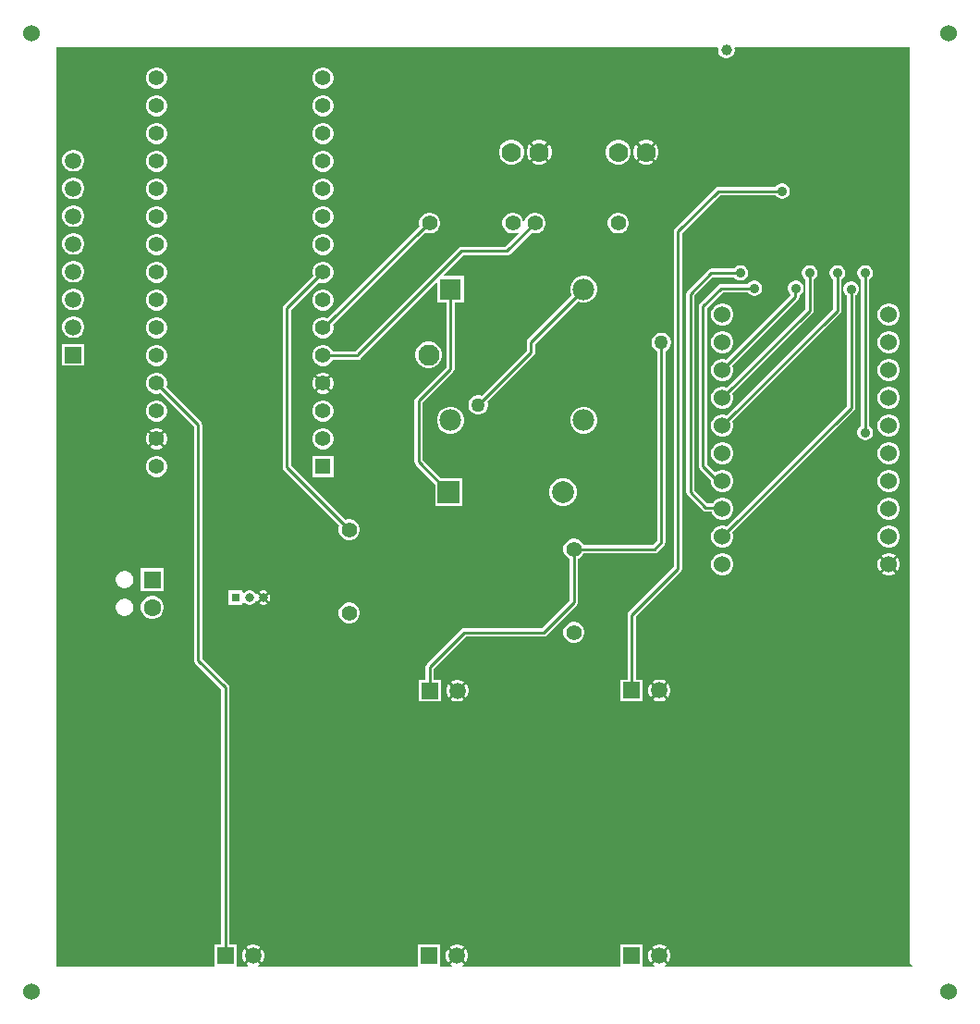
<source format=gbl>
G04*
G04 #@! TF.GenerationSoftware,Altium Limited,Altium Designer,22.5.1 (42)*
G04*
G04 Layer_Physical_Order=2*
G04 Layer_Color=16711680*
%FSLAX44Y44*%
%MOMM*%
G71*
G04*
G04 #@! TF.SameCoordinates,43CECC40-30F0-40CD-AD13-C48B7C853053*
G04*
G04*
G04 #@! TF.FilePolarity,Positive*
G04*
G01*
G75*
%ADD14C,0.2540*%
%ADD23R,1.4140X1.4140*%
%ADD24C,1.4140*%
%ADD39R,2.0000X2.0000*%
%ADD40C,2.0000*%
%ADD41C,0.8000*%
%ADD42R,0.8000X0.8000*%
%ADD43C,1.5240*%
%ADD44R,1.5000X1.5000*%
%ADD45C,1.5000*%
%ADD46C,1.0000*%
%ADD47R,1.5000X1.5000*%
%ADD48C,1.9800*%
%ADD49C,1.9350*%
%ADD50R,1.9800X1.9800*%
%ADD51C,1.7780*%
%ADD52C,1.6000*%
%ADD53R,1.6000X1.6000*%
%ADD54C,1.4000*%
%ADD55C,1.2700*%
%ADD56C,0.9000*%
G36*
X826770Y43180D02*
X829407Y40543D01*
X828921Y39370D01*
X602642D01*
X602301Y40640D01*
X603937Y41584D01*
X603974Y41621D01*
X597772Y47822D01*
X591571Y41621D01*
X591607Y41584D01*
X593243Y40640D01*
X592902Y39370D01*
X583596D01*
X582412Y39578D01*
X582412Y40640D01*
Y59658D01*
X562332D01*
Y40640D01*
X562332Y39578D01*
X561148Y39370D01*
X417222D01*
X416881Y40640D01*
X418517Y41584D01*
X418554Y41621D01*
X412352Y47822D01*
X406151Y41621D01*
X406187Y41584D01*
X407823Y40640D01*
X407482Y39370D01*
X398176D01*
X396992Y39578D01*
X396992Y40640D01*
Y59658D01*
X376912D01*
Y40640D01*
X376912Y39578D01*
X375728Y39370D01*
X230532D01*
X230191Y40640D01*
X231827Y41584D01*
X231863Y41621D01*
X225662Y47822D01*
X219461Y41621D01*
X219497Y41584D01*
X221133Y40640D01*
X220793Y39370D01*
X211486D01*
X210302Y39578D01*
X210302Y40640D01*
Y59658D01*
X204147D01*
Y295038D01*
X203851Y296525D01*
X203009Y297785D01*
X179145Y321649D01*
Y535305D01*
X178849Y536792D01*
X178007Y538052D01*
X146167Y569891D01*
X146770Y572140D01*
Y574670D01*
X146115Y577114D01*
X144850Y579306D01*
X143061Y581095D01*
X140869Y582360D01*
X138425Y583015D01*
X135895D01*
X133451Y582360D01*
X131259Y581095D01*
X129470Y579306D01*
X128205Y577114D01*
X127550Y574670D01*
Y572140D01*
X128205Y569696D01*
X129470Y567504D01*
X131259Y565715D01*
X133451Y564450D01*
X135895Y563795D01*
X138425D01*
X140674Y564398D01*
X171375Y533696D01*
Y320040D01*
X171671Y318553D01*
X172513Y317293D01*
X196378Y293429D01*
Y59658D01*
X190222D01*
Y40640D01*
X190222Y39578D01*
X189038Y39370D01*
X45720D01*
Y881380D01*
X650813D01*
X651788Y880110D01*
X651590Y879373D01*
Y877387D01*
X652104Y875470D01*
X653096Y873750D01*
X654500Y872346D01*
X656220Y871354D01*
X658137Y870840D01*
X660123D01*
X662040Y871354D01*
X663760Y872346D01*
X665163Y873750D01*
X666156Y875470D01*
X666670Y877387D01*
Y879373D01*
X666472Y880110D01*
X667447Y881380D01*
X826770D01*
Y43180D01*
D02*
G37*
%LPC*%
G36*
X290825Y862415D02*
X288295D01*
X285851Y861760D01*
X283659Y860495D01*
X281870Y858706D01*
X280605Y856514D01*
X279950Y854070D01*
Y851540D01*
X280605Y849096D01*
X281870Y846904D01*
X283659Y845115D01*
X285851Y843850D01*
X288295Y843195D01*
X290825D01*
X293269Y843850D01*
X295461Y845115D01*
X297250Y846904D01*
X298515Y849096D01*
X299170Y851540D01*
Y854070D01*
X298515Y856514D01*
X297250Y858706D01*
X295461Y860495D01*
X293269Y861760D01*
X290825Y862415D01*
D02*
G37*
G36*
X138425D02*
X135895D01*
X133451Y861760D01*
X131259Y860495D01*
X129470Y858706D01*
X128205Y856514D01*
X127550Y854070D01*
Y851540D01*
X128205Y849096D01*
X129470Y846904D01*
X131259Y845115D01*
X133451Y843850D01*
X135895Y843195D01*
X138425D01*
X140869Y843850D01*
X143061Y845115D01*
X144850Y846904D01*
X146115Y849096D01*
X146770Y851540D01*
Y854070D01*
X146115Y856514D01*
X144850Y858706D01*
X143061Y860495D01*
X140869Y861760D01*
X138425Y862415D01*
D02*
G37*
G36*
X290825Y837015D02*
X288295D01*
X285851Y836360D01*
X283659Y835095D01*
X281870Y833306D01*
X280605Y831114D01*
X279950Y828670D01*
Y826140D01*
X280605Y823696D01*
X281870Y821504D01*
X283659Y819715D01*
X285851Y818450D01*
X288295Y817795D01*
X290825D01*
X293269Y818450D01*
X295461Y819715D01*
X297250Y821504D01*
X298515Y823696D01*
X299170Y826140D01*
Y828670D01*
X298515Y831114D01*
X297250Y833306D01*
X295461Y835095D01*
X293269Y836360D01*
X290825Y837015D01*
D02*
G37*
G36*
X138425D02*
X135895D01*
X133451Y836360D01*
X131259Y835095D01*
X129470Y833306D01*
X128205Y831114D01*
X127550Y828670D01*
Y826140D01*
X128205Y823696D01*
X129470Y821504D01*
X131259Y819715D01*
X133451Y818450D01*
X135895Y817795D01*
X138425D01*
X140869Y818450D01*
X143061Y819715D01*
X144850Y821504D01*
X146115Y823696D01*
X146770Y826140D01*
Y828670D01*
X146115Y831114D01*
X144850Y833306D01*
X143061Y835095D01*
X140869Y836360D01*
X138425Y837015D01*
D02*
G37*
G36*
X290825Y811615D02*
X288295D01*
X285851Y810960D01*
X283659Y809695D01*
X281870Y807906D01*
X280605Y805714D01*
X279950Y803270D01*
Y800740D01*
X280605Y798296D01*
X281870Y796104D01*
X283659Y794315D01*
X285851Y793050D01*
X288295Y792395D01*
X290825D01*
X293269Y793050D01*
X295461Y794315D01*
X297250Y796104D01*
X298515Y798296D01*
X299170Y800740D01*
Y803270D01*
X298515Y805714D01*
X297250Y807906D01*
X295461Y809695D01*
X293269Y810960D01*
X290825Y811615D01*
D02*
G37*
G36*
X138425D02*
X135895D01*
X133451Y810960D01*
X131259Y809695D01*
X129470Y807906D01*
X128205Y805714D01*
X127550Y803270D01*
Y800740D01*
X128205Y798296D01*
X129470Y796104D01*
X131259Y794315D01*
X133451Y793050D01*
X135895Y792395D01*
X138425D01*
X140869Y793050D01*
X143061Y794315D01*
X144850Y796104D01*
X146115Y798296D01*
X146770Y800740D01*
Y803270D01*
X146115Y805714D01*
X144850Y807906D01*
X143061Y809695D01*
X140869Y810960D01*
X138425Y811615D01*
D02*
G37*
G36*
X586975Y796290D02*
X583965D01*
X581058Y795511D01*
X578452Y794006D01*
X578286Y793840D01*
X585470Y786656D01*
X592654Y793840D01*
X592488Y794006D01*
X589882Y795511D01*
X586975Y796290D01*
D02*
G37*
G36*
X489185D02*
X486175D01*
X483268Y795511D01*
X480662Y794006D01*
X480496Y793840D01*
X487680Y786656D01*
X494864Y793840D01*
X494698Y794006D01*
X492092Y795511D01*
X489185Y796290D01*
D02*
G37*
G36*
X594450Y792044D02*
X587266Y784860D01*
X594450Y777676D01*
X594616Y777842D01*
X596121Y780448D01*
X596900Y783355D01*
Y786365D01*
X596121Y789272D01*
X594616Y791878D01*
X594450Y792044D01*
D02*
G37*
G36*
X496660D02*
X489476Y784860D01*
X496660Y777676D01*
X496826Y777842D01*
X498331Y780448D01*
X499110Y783355D01*
Y786365D01*
X498331Y789272D01*
X496826Y791878D01*
X496660Y792044D01*
D02*
G37*
G36*
X576490D02*
X576324Y791878D01*
X574819Y789272D01*
X574040Y786365D01*
Y783355D01*
X574819Y780448D01*
X576324Y777842D01*
X576490Y777676D01*
X583674Y784860D01*
X576490Y792044D01*
D02*
G37*
G36*
X478700D02*
X478534Y791878D01*
X477029Y789272D01*
X476250Y786365D01*
Y783355D01*
X477029Y780448D01*
X478534Y777842D01*
X478700Y777676D01*
X485884Y784860D01*
X478700Y792044D01*
D02*
G37*
G36*
X585470Y783064D02*
X578286Y775880D01*
X578452Y775714D01*
X581058Y774209D01*
X583965Y773430D01*
X586975D01*
X589882Y774209D01*
X592488Y775714D01*
X592654Y775880D01*
X585470Y783064D01*
D02*
G37*
G36*
X561575Y796290D02*
X558565D01*
X555658Y795511D01*
X553052Y794006D01*
X550924Y791878D01*
X549419Y789272D01*
X548640Y786365D01*
Y783355D01*
X549419Y780448D01*
X550924Y777842D01*
X553052Y775714D01*
X555658Y774209D01*
X558565Y773430D01*
X561575D01*
X564482Y774209D01*
X567088Y775714D01*
X569216Y777842D01*
X570721Y780448D01*
X571500Y783355D01*
Y786365D01*
X570721Y789272D01*
X569216Y791878D01*
X567088Y794006D01*
X564482Y795511D01*
X561575Y796290D01*
D02*
G37*
G36*
X487680Y783064D02*
X480496Y775880D01*
X480662Y775714D01*
X483268Y774209D01*
X486175Y773430D01*
X489185D01*
X492092Y774209D01*
X494698Y775714D01*
X494864Y775880D01*
X487680Y783064D01*
D02*
G37*
G36*
X463785Y796290D02*
X460775D01*
X457868Y795511D01*
X455262Y794006D01*
X453134Y791878D01*
X451629Y789272D01*
X450850Y786365D01*
Y783355D01*
X451629Y780448D01*
X453134Y777842D01*
X455262Y775714D01*
X457868Y774209D01*
X460775Y773430D01*
X463785D01*
X466692Y774209D01*
X469298Y775714D01*
X471426Y777842D01*
X472931Y780448D01*
X473710Y783355D01*
Y786365D01*
X472931Y789272D01*
X471426Y791878D01*
X469298Y794006D01*
X466692Y795511D01*
X463785Y796290D01*
D02*
G37*
G36*
X62282Y787280D02*
X59638D01*
X57085Y786596D01*
X54795Y785274D01*
X52926Y783405D01*
X51604Y781115D01*
X50920Y778562D01*
Y775918D01*
X51604Y773365D01*
X52926Y771075D01*
X54795Y769206D01*
X57085Y767884D01*
X59638Y767200D01*
X62282D01*
X64835Y767884D01*
X67125Y769206D01*
X68994Y771075D01*
X70316Y773365D01*
X71000Y775918D01*
Y778562D01*
X70316Y781115D01*
X68994Y783405D01*
X67125Y785274D01*
X64835Y786596D01*
X62282Y787280D01*
D02*
G37*
G36*
X290825Y786215D02*
X288295D01*
X285851Y785560D01*
X283659Y784295D01*
X281870Y782506D01*
X280605Y780314D01*
X279950Y777870D01*
Y775340D01*
X280605Y772896D01*
X281870Y770704D01*
X283659Y768915D01*
X285851Y767650D01*
X288295Y766995D01*
X290825D01*
X293269Y767650D01*
X295461Y768915D01*
X297250Y770704D01*
X298515Y772896D01*
X299170Y775340D01*
Y777870D01*
X298515Y780314D01*
X297250Y782506D01*
X295461Y784295D01*
X293269Y785560D01*
X290825Y786215D01*
D02*
G37*
G36*
X138425D02*
X135895D01*
X133451Y785560D01*
X131259Y784295D01*
X129470Y782506D01*
X128205Y780314D01*
X127550Y777870D01*
Y775340D01*
X128205Y772896D01*
X129470Y770704D01*
X131259Y768915D01*
X133451Y767650D01*
X135895Y766995D01*
X138425D01*
X140869Y767650D01*
X143061Y768915D01*
X144850Y770704D01*
X146115Y772896D01*
X146770Y775340D01*
Y777870D01*
X146115Y780314D01*
X144850Y782506D01*
X143061Y784295D01*
X140869Y785560D01*
X138425Y786215D01*
D02*
G37*
G36*
X710857Y756340D02*
X709003D01*
X707213Y755860D01*
X705607Y754933D01*
X704297Y753623D01*
X704044Y753185D01*
X651510D01*
X650023Y752889D01*
X648763Y752047D01*
X611933Y715217D01*
X611091Y713957D01*
X610795Y712470D01*
Y405469D01*
X569625Y364299D01*
X568783Y363039D01*
X568488Y361552D01*
Y302228D01*
X562332D01*
Y282148D01*
X582412D01*
Y302228D01*
X576257D01*
Y359943D01*
X617427Y401113D01*
X618269Y402373D01*
X618565Y403860D01*
Y710861D01*
X653119Y745415D01*
X704044D01*
X704297Y744977D01*
X705607Y743667D01*
X707213Y742740D01*
X709003Y742260D01*
X710857D01*
X712647Y742740D01*
X714253Y743667D01*
X715563Y744977D01*
X716490Y746583D01*
X716970Y748373D01*
Y750227D01*
X716490Y752017D01*
X715563Y753623D01*
X714253Y754933D01*
X712647Y755860D01*
X710857Y756340D01*
D02*
G37*
G36*
X62282Y761880D02*
X59638D01*
X57085Y761196D01*
X54795Y759874D01*
X52926Y758005D01*
X51604Y755715D01*
X50920Y753162D01*
Y750518D01*
X51604Y747965D01*
X52926Y745675D01*
X54795Y743806D01*
X57085Y742484D01*
X59638Y741800D01*
X62282D01*
X64835Y742484D01*
X67125Y743806D01*
X68994Y745675D01*
X70316Y747965D01*
X71000Y750518D01*
Y753162D01*
X70316Y755715D01*
X68994Y758005D01*
X67125Y759874D01*
X64835Y761196D01*
X62282Y761880D01*
D02*
G37*
G36*
X290825Y760815D02*
X288295D01*
X285851Y760160D01*
X283659Y758895D01*
X281870Y757106D01*
X280605Y754914D01*
X279950Y752470D01*
Y749940D01*
X280605Y747496D01*
X281870Y745304D01*
X283659Y743515D01*
X285851Y742250D01*
X288295Y741595D01*
X290825D01*
X293269Y742250D01*
X295461Y743515D01*
X297250Y745304D01*
X298515Y747496D01*
X299170Y749940D01*
Y752470D01*
X298515Y754914D01*
X297250Y757106D01*
X295461Y758895D01*
X293269Y760160D01*
X290825Y760815D01*
D02*
G37*
G36*
X138425D02*
X135895D01*
X133451Y760160D01*
X131259Y758895D01*
X129470Y757106D01*
X128205Y754914D01*
X127550Y752470D01*
Y749940D01*
X128205Y747496D01*
X129470Y745304D01*
X131259Y743515D01*
X133451Y742250D01*
X135895Y741595D01*
X138425D01*
X140869Y742250D01*
X143061Y743515D01*
X144850Y745304D01*
X146115Y747496D01*
X146770Y749940D01*
Y752470D01*
X146115Y754914D01*
X144850Y757106D01*
X143061Y758895D01*
X140869Y760160D01*
X138425Y760815D01*
D02*
G37*
G36*
X485126Y729630D02*
X482614D01*
X480188Y728980D01*
X478012Y727724D01*
X476236Y725948D01*
X474980Y723772D01*
X474330Y721346D01*
X473090D01*
X472440Y723772D01*
X471184Y725948D01*
X469408Y727724D01*
X467232Y728980D01*
X464806Y729630D01*
X462294D01*
X459868Y728980D01*
X457692Y727724D01*
X455916Y725948D01*
X454660Y723772D01*
X454010Y721346D01*
Y718834D01*
X454660Y716408D01*
X455916Y714232D01*
X457692Y712456D01*
X459868Y711200D01*
X462294Y710550D01*
X464806D01*
X467232Y711200D01*
X468316Y711826D01*
X469096Y710810D01*
X456579Y698292D01*
X416139D01*
X414653Y697997D01*
X413393Y697154D01*
X318928Y602690D01*
X298414D01*
X297250Y604706D01*
X295461Y606495D01*
X293269Y607760D01*
X290825Y608415D01*
X288295D01*
X285851Y607760D01*
X283659Y606495D01*
X281870Y604706D01*
X280605Y602514D01*
X279950Y600070D01*
Y597540D01*
X280605Y595096D01*
X281870Y592904D01*
X283659Y591115D01*
X285851Y589850D01*
X288295Y589195D01*
X290825D01*
X293269Y589850D01*
X295461Y591115D01*
X297250Y592904D01*
X298414Y594920D01*
X321301D01*
X322787Y595216D01*
X324047Y596058D01*
X324889Y597318D01*
X324975Y597750D01*
X392747Y665521D01*
X393920Y665035D01*
Y647000D01*
X402475D01*
Y588309D01*
X374443Y560277D01*
X373601Y559017D01*
X373305Y557530D01*
Y501420D01*
X373601Y499933D01*
X374443Y498673D01*
X392360Y480756D01*
Y461170D01*
X417440D01*
Y486250D01*
X397854D01*
X381075Y503029D01*
Y555921D01*
X409107Y583953D01*
X409949Y585213D01*
X410244Y586700D01*
Y647000D01*
X418800D01*
Y671880D01*
X400765D01*
X400279Y673053D01*
X417748Y690523D01*
X458188D01*
X459674Y690819D01*
X460934Y691661D01*
X480413Y711140D01*
X482614Y710550D01*
X485126D01*
X487552Y711200D01*
X489728Y712456D01*
X491504Y714232D01*
X492760Y716408D01*
X493410Y718834D01*
Y721346D01*
X492760Y723772D01*
X491504Y725948D01*
X489728Y727724D01*
X487552Y728980D01*
X485126Y729630D01*
D02*
G37*
G36*
X62282Y736480D02*
X59638D01*
X57085Y735796D01*
X54795Y734474D01*
X52926Y732605D01*
X51604Y730315D01*
X50920Y727762D01*
Y725118D01*
X51604Y722565D01*
X52926Y720275D01*
X54795Y718406D01*
X57085Y717084D01*
X59638Y716400D01*
X62282D01*
X64835Y717084D01*
X67125Y718406D01*
X68994Y720275D01*
X70316Y722565D01*
X71000Y725118D01*
Y727762D01*
X70316Y730315D01*
X68994Y732605D01*
X67125Y734474D01*
X64835Y735796D01*
X62282Y736480D01*
D02*
G37*
G36*
X290825Y735415D02*
X288295D01*
X285851Y734760D01*
X283659Y733495D01*
X281870Y731706D01*
X280605Y729514D01*
X279950Y727070D01*
Y724540D01*
X280605Y722096D01*
X281870Y719904D01*
X283659Y718115D01*
X285851Y716850D01*
X288295Y716195D01*
X290825D01*
X293269Y716850D01*
X295461Y718115D01*
X297250Y719904D01*
X298515Y722096D01*
X299170Y724540D01*
Y727070D01*
X298515Y729514D01*
X297250Y731706D01*
X295461Y733495D01*
X293269Y734760D01*
X290825Y735415D01*
D02*
G37*
G36*
X138425D02*
X135895D01*
X133451Y734760D01*
X131259Y733495D01*
X129470Y731706D01*
X128205Y729514D01*
X127550Y727070D01*
Y724540D01*
X128205Y722096D01*
X129470Y719904D01*
X131259Y718115D01*
X133451Y716850D01*
X135895Y716195D01*
X138425D01*
X140869Y716850D01*
X143061Y718115D01*
X144850Y719904D01*
X146115Y722096D01*
X146770Y724540D01*
Y727070D01*
X146115Y729514D01*
X144850Y731706D01*
X143061Y733495D01*
X140869Y734760D01*
X138425Y735415D01*
D02*
G37*
G36*
X561326Y729630D02*
X558814D01*
X556388Y728980D01*
X554212Y727724D01*
X552436Y725948D01*
X551180Y723772D01*
X550530Y721346D01*
Y718834D01*
X551180Y716408D01*
X552436Y714232D01*
X554212Y712456D01*
X556388Y711200D01*
X558814Y710550D01*
X561326D01*
X563752Y711200D01*
X565928Y712456D01*
X567704Y714232D01*
X568960Y716408D01*
X569610Y718834D01*
Y721346D01*
X568960Y723772D01*
X567704Y725948D01*
X565928Y727724D01*
X563752Y728980D01*
X561326Y729630D01*
D02*
G37*
G36*
X388606D02*
X386094D01*
X383668Y728980D01*
X381492Y727724D01*
X379716Y725948D01*
X378460Y723772D01*
X377810Y721346D01*
Y718834D01*
X378198Y717385D01*
X293716Y632902D01*
X293269Y633160D01*
X290825Y633815D01*
X288295D01*
X285851Y633160D01*
X283659Y631895D01*
X281870Y630106D01*
X280605Y627914D01*
X279950Y625470D01*
Y622940D01*
X280605Y620496D01*
X281870Y618304D01*
X283659Y616515D01*
X285851Y615250D01*
X288295Y614595D01*
X290825D01*
X293269Y615250D01*
X295461Y616515D01*
X297250Y618304D01*
X298515Y620496D01*
X299170Y622940D01*
Y625470D01*
X298769Y626968D01*
X383245Y711444D01*
X383668Y711200D01*
X386094Y710550D01*
X388606D01*
X391032Y711200D01*
X393208Y712456D01*
X394984Y714232D01*
X396240Y716408D01*
X396890Y718834D01*
Y721346D01*
X396240Y723772D01*
X394984Y725948D01*
X393208Y727724D01*
X391032Y728980D01*
X388606Y729630D01*
D02*
G37*
G36*
X62282Y711080D02*
X59638D01*
X57085Y710396D01*
X54795Y709074D01*
X52926Y707205D01*
X51604Y704915D01*
X50920Y702362D01*
Y699718D01*
X51604Y697165D01*
X52926Y694875D01*
X54795Y693006D01*
X57085Y691684D01*
X59638Y691000D01*
X62282D01*
X64835Y691684D01*
X67125Y693006D01*
X68994Y694875D01*
X70316Y697165D01*
X71000Y699718D01*
Y702362D01*
X70316Y704915D01*
X68994Y707205D01*
X67125Y709074D01*
X64835Y710396D01*
X62282Y711080D01*
D02*
G37*
G36*
X290825Y710015D02*
X288295D01*
X285851Y709360D01*
X283659Y708095D01*
X281870Y706306D01*
X280605Y704114D01*
X279950Y701670D01*
Y699140D01*
X280605Y696696D01*
X281870Y694504D01*
X283659Y692715D01*
X285851Y691450D01*
X288295Y690795D01*
X290825D01*
X293269Y691450D01*
X295461Y692715D01*
X297250Y694504D01*
X298515Y696696D01*
X299170Y699140D01*
Y701670D01*
X298515Y704114D01*
X297250Y706306D01*
X295461Y708095D01*
X293269Y709360D01*
X290825Y710015D01*
D02*
G37*
G36*
X138425D02*
X135895D01*
X133451Y709360D01*
X131259Y708095D01*
X129470Y706306D01*
X128205Y704114D01*
X127550Y701670D01*
Y699140D01*
X128205Y696696D01*
X129470Y694504D01*
X131259Y692715D01*
X133451Y691450D01*
X135895Y690795D01*
X138425D01*
X140869Y691450D01*
X143061Y692715D01*
X144850Y694504D01*
X146115Y696696D01*
X146770Y699140D01*
Y701670D01*
X146115Y704114D01*
X144850Y706306D01*
X143061Y708095D01*
X140869Y709360D01*
X138425Y710015D01*
D02*
G37*
G36*
X672757Y681410D02*
X670903D01*
X669113Y680930D01*
X667507Y680003D01*
X666197Y678693D01*
X665944Y678255D01*
X645160D01*
X643673Y677959D01*
X642413Y677117D01*
X623363Y658067D01*
X622521Y656807D01*
X622225Y655320D01*
Y473710D01*
X622521Y472223D01*
X623363Y470963D01*
X637333Y456993D01*
X638593Y456151D01*
X640080Y455855D01*
X645502D01*
X645852Y454548D01*
X647190Y452232D01*
X649082Y450340D01*
X651398Y449002D01*
X653982Y448310D01*
X656658D01*
X659242Y449002D01*
X661558Y450340D01*
X663450Y452232D01*
X664788Y454548D01*
X665480Y457132D01*
Y459808D01*
X664788Y462392D01*
X663450Y464708D01*
X661558Y466600D01*
X659242Y467938D01*
X656658Y468630D01*
X653982D01*
X651398Y467938D01*
X649082Y466600D01*
X647190Y464708D01*
X646564Y463625D01*
X641689D01*
X629995Y475319D01*
Y653711D01*
X646769Y670485D01*
X665944D01*
X666197Y670047D01*
X667507Y668737D01*
X669113Y667810D01*
X670903Y667330D01*
X672757D01*
X674547Y667810D01*
X676153Y668737D01*
X677463Y670047D01*
X678390Y671653D01*
X678870Y673443D01*
Y675297D01*
X678390Y677087D01*
X677463Y678693D01*
X676153Y680003D01*
X674547Y680930D01*
X672757Y681410D01*
D02*
G37*
G36*
X62282Y685680D02*
X59638D01*
X57085Y684996D01*
X54795Y683674D01*
X52926Y681805D01*
X51604Y679515D01*
X50920Y676962D01*
Y674318D01*
X51604Y671765D01*
X52926Y669475D01*
X54795Y667606D01*
X57085Y666284D01*
X59638Y665600D01*
X62282D01*
X64835Y666284D01*
X67125Y667606D01*
X68994Y669475D01*
X70316Y671765D01*
X71000Y674318D01*
Y676962D01*
X70316Y679515D01*
X68994Y681805D01*
X67125Y683674D01*
X64835Y684996D01*
X62282Y685680D01*
D02*
G37*
G36*
X290825Y684615D02*
X288295D01*
X285851Y683960D01*
X283659Y682695D01*
X281870Y680906D01*
X280605Y678714D01*
X279950Y676270D01*
Y673740D01*
X280553Y671491D01*
X253793Y644732D01*
X252951Y643472D01*
X252655Y641985D01*
Y496570D01*
X252951Y495083D01*
X253793Y493823D01*
X304740Y442877D01*
X304150Y440676D01*
Y438164D01*
X304800Y435738D01*
X306056Y433562D01*
X307832Y431786D01*
X310008Y430530D01*
X312434Y429880D01*
X314946D01*
X317372Y430530D01*
X319548Y431786D01*
X321324Y433562D01*
X322580Y435738D01*
X323230Y438164D01*
Y440676D01*
X322580Y443102D01*
X321324Y445278D01*
X319548Y447054D01*
X317372Y448310D01*
X314946Y448960D01*
X312434D01*
X310233Y448370D01*
X260425Y498179D01*
Y640376D01*
X286046Y665997D01*
X288295Y665395D01*
X290825D01*
X293269Y666050D01*
X295461Y667315D01*
X297250Y669104D01*
X298515Y671296D01*
X299170Y673740D01*
Y676270D01*
X298515Y678714D01*
X297250Y680906D01*
X295461Y682695D01*
X293269Y683960D01*
X290825Y684615D01*
D02*
G37*
G36*
X138425D02*
X135895D01*
X133451Y683960D01*
X131259Y682695D01*
X129470Y680906D01*
X128205Y678714D01*
X127550Y676270D01*
Y673740D01*
X128205Y671296D01*
X129470Y669104D01*
X131259Y667315D01*
X133451Y666050D01*
X135895Y665395D01*
X138425D01*
X140869Y666050D01*
X143061Y667315D01*
X144850Y669104D01*
X146115Y671296D01*
X146770Y673740D01*
Y676270D01*
X146115Y678714D01*
X144850Y680906D01*
X143061Y682695D01*
X140869Y683960D01*
X138425Y684615D01*
D02*
G37*
G36*
X685457Y667440D02*
X683603D01*
X681813Y666960D01*
X680207Y666033D01*
X678897Y664723D01*
X678644Y664285D01*
X654050D01*
X652563Y663989D01*
X651303Y663147D01*
X634793Y646637D01*
X633951Y645377D01*
X633655Y643890D01*
Y497840D01*
X633951Y496353D01*
X634793Y495093D01*
X645126Y484760D01*
X645160Y484738D01*
Y482532D01*
X645852Y479948D01*
X647190Y477632D01*
X649082Y475740D01*
X651398Y474402D01*
X653982Y473710D01*
X656658D01*
X659242Y474402D01*
X661558Y475740D01*
X663450Y477632D01*
X664788Y479948D01*
X665480Y482532D01*
Y485208D01*
X664788Y487792D01*
X663450Y490108D01*
X661558Y492000D01*
X659242Y493338D01*
X656658Y494030D01*
X653982D01*
X651398Y493338D01*
X649082Y492000D01*
X648978Y491896D01*
X641425Y499449D01*
Y642281D01*
X655659Y656515D01*
X678644D01*
X678897Y656077D01*
X680207Y654767D01*
X681813Y653840D01*
X683603Y653360D01*
X685457D01*
X687247Y653840D01*
X688853Y654767D01*
X690163Y656077D01*
X691090Y657683D01*
X691570Y659473D01*
Y661327D01*
X691090Y663117D01*
X690163Y664723D01*
X688853Y666033D01*
X687247Y666960D01*
X685457Y667440D01*
D02*
G37*
G36*
X529998Y671880D02*
X526722D01*
X523559Y671032D01*
X520722Y669394D01*
X518406Y667078D01*
X516768Y664241D01*
X515920Y661078D01*
Y657802D01*
X516768Y654638D01*
X517243Y653816D01*
X477341Y613915D01*
X476499Y612654D01*
X476203Y611168D01*
Y603617D01*
X434726Y562140D01*
X432970Y562610D01*
X430630D01*
X428369Y562004D01*
X426341Y560834D01*
X424686Y559179D01*
X423516Y557151D01*
X422910Y554890D01*
Y552550D01*
X423516Y550289D01*
X424686Y548261D01*
X426341Y546606D01*
X428369Y545436D01*
X430630Y544830D01*
X432970D01*
X435231Y545436D01*
X437259Y546606D01*
X438914Y548261D01*
X440084Y550289D01*
X440690Y552550D01*
Y554890D01*
X440220Y556646D01*
X482835Y599261D01*
X483677Y600522D01*
X483973Y602008D01*
Y609559D01*
X522736Y648322D01*
X523559Y647848D01*
X526722Y647000D01*
X529998D01*
X533162Y647848D01*
X535998Y649485D01*
X538315Y651802D01*
X539952Y654638D01*
X540800Y657802D01*
Y661078D01*
X539952Y664241D01*
X538315Y667078D01*
X535998Y669394D01*
X533162Y671032D01*
X529998Y671880D01*
D02*
G37*
G36*
X62282Y660280D02*
X59638D01*
X57085Y659596D01*
X54795Y658274D01*
X52926Y656405D01*
X51604Y654115D01*
X50920Y651562D01*
Y648918D01*
X51604Y646365D01*
X52926Y644075D01*
X54795Y642206D01*
X57085Y640884D01*
X59638Y640200D01*
X62282D01*
X64835Y640884D01*
X67125Y642206D01*
X68994Y644075D01*
X70316Y646365D01*
X71000Y648918D01*
Y651562D01*
X70316Y654115D01*
X68994Y656405D01*
X67125Y658274D01*
X64835Y659596D01*
X62282Y660280D01*
D02*
G37*
G36*
X290825Y659215D02*
X288295D01*
X285851Y658560D01*
X283659Y657295D01*
X281870Y655506D01*
X280605Y653314D01*
X279950Y650870D01*
Y648340D01*
X280605Y645896D01*
X281870Y643704D01*
X283659Y641915D01*
X285851Y640650D01*
X288295Y639995D01*
X290825D01*
X293269Y640650D01*
X295461Y641915D01*
X297250Y643704D01*
X298515Y645896D01*
X299170Y648340D01*
Y650870D01*
X298515Y653314D01*
X297250Y655506D01*
X295461Y657295D01*
X293269Y658560D01*
X290825Y659215D01*
D02*
G37*
G36*
X138425D02*
X135895D01*
X133451Y658560D01*
X131259Y657295D01*
X129470Y655506D01*
X128205Y653314D01*
X127550Y650870D01*
Y648340D01*
X128205Y645896D01*
X129470Y643704D01*
X131259Y641915D01*
X133451Y640650D01*
X135895Y639995D01*
X138425D01*
X140869Y640650D01*
X143061Y641915D01*
X144850Y643704D01*
X146115Y645896D01*
X146770Y648340D01*
Y650870D01*
X146115Y653314D01*
X144850Y655506D01*
X143061Y657295D01*
X140869Y658560D01*
X138425Y659215D01*
D02*
G37*
G36*
X809058Y646430D02*
X806382D01*
X803798Y645738D01*
X801482Y644400D01*
X799590Y642508D01*
X798252Y640192D01*
X797560Y637608D01*
Y634932D01*
X798252Y632348D01*
X799590Y630032D01*
X801482Y628140D01*
X803798Y626802D01*
X806382Y626110D01*
X809058D01*
X811642Y626802D01*
X813958Y628140D01*
X815850Y630032D01*
X817188Y632348D01*
X817880Y634932D01*
Y637608D01*
X817188Y640192D01*
X815850Y642508D01*
X813958Y644400D01*
X811642Y645738D01*
X809058Y646430D01*
D02*
G37*
G36*
X656658D02*
X653982D01*
X651398Y645738D01*
X649082Y644400D01*
X647190Y642508D01*
X645852Y640192D01*
X645160Y637608D01*
Y634932D01*
X645852Y632348D01*
X647190Y630032D01*
X649082Y628140D01*
X651398Y626802D01*
X653982Y626110D01*
X656658D01*
X659242Y626802D01*
X661558Y628140D01*
X663450Y630032D01*
X664788Y632348D01*
X665480Y634932D01*
Y637608D01*
X664788Y640192D01*
X663450Y642508D01*
X661558Y644400D01*
X659242Y645738D01*
X656658Y646430D01*
D02*
G37*
G36*
X62282Y634880D02*
X59638D01*
X57085Y634196D01*
X54795Y632874D01*
X52926Y631005D01*
X51604Y628715D01*
X50920Y626162D01*
Y623518D01*
X51604Y620965D01*
X52926Y618675D01*
X54795Y616806D01*
X57085Y615484D01*
X59638Y614800D01*
X62282D01*
X64835Y615484D01*
X67125Y616806D01*
X68994Y618675D01*
X70316Y620965D01*
X71000Y623518D01*
Y626162D01*
X70316Y628715D01*
X68994Y631005D01*
X67125Y632874D01*
X64835Y634196D01*
X62282Y634880D01*
D02*
G37*
G36*
X138425Y633815D02*
X135895D01*
X133451Y633160D01*
X131259Y631895D01*
X129470Y630106D01*
X128205Y627914D01*
X127550Y625470D01*
Y622940D01*
X128205Y620496D01*
X129470Y618304D01*
X131259Y616515D01*
X133451Y615250D01*
X135895Y614595D01*
X138425D01*
X140869Y615250D01*
X143061Y616515D01*
X144850Y618304D01*
X146115Y620496D01*
X146770Y622940D01*
Y625470D01*
X146115Y627914D01*
X144850Y630106D01*
X143061Y631895D01*
X140869Y633160D01*
X138425Y633815D01*
D02*
G37*
G36*
X809058Y621030D02*
X806382D01*
X803798Y620338D01*
X801482Y619000D01*
X799590Y617108D01*
X798252Y614792D01*
X797560Y612208D01*
Y609532D01*
X798252Y606948D01*
X799590Y604632D01*
X801482Y602740D01*
X803798Y601402D01*
X806382Y600710D01*
X809058D01*
X811642Y601402D01*
X813958Y602740D01*
X815850Y604632D01*
X817188Y606948D01*
X817880Y609532D01*
Y612208D01*
X817188Y614792D01*
X815850Y617108D01*
X813958Y619000D01*
X811642Y620338D01*
X809058Y621030D01*
D02*
G37*
G36*
X656658D02*
X653982D01*
X651398Y620338D01*
X649082Y619000D01*
X647190Y617108D01*
X645852Y614792D01*
X645160Y612208D01*
Y609532D01*
X645852Y606948D01*
X647190Y604632D01*
X649082Y602740D01*
X651398Y601402D01*
X653982Y600710D01*
X656658D01*
X659242Y601402D01*
X661558Y602740D01*
X663450Y604632D01*
X664788Y606948D01*
X665480Y609532D01*
Y612208D01*
X664788Y614792D01*
X663450Y617108D01*
X661558Y619000D01*
X659242Y620338D01*
X656658Y621030D01*
D02*
G37*
G36*
X723557Y667440D02*
X721703D01*
X719913Y666960D01*
X718307Y666033D01*
X716997Y664723D01*
X716070Y663117D01*
X715590Y661327D01*
Y659473D01*
X716070Y657683D01*
X716997Y656077D01*
X718055Y655019D01*
Y653699D01*
X659275Y594919D01*
X659242Y594938D01*
X656658Y595630D01*
X653982D01*
X651398Y594938D01*
X649082Y593600D01*
X647190Y591708D01*
X645852Y589392D01*
X645160Y586808D01*
Y584132D01*
X645852Y581548D01*
X647190Y579232D01*
X649082Y577340D01*
X651398Y576002D01*
X653982Y575310D01*
X656658D01*
X659242Y576002D01*
X661558Y577340D01*
X663450Y579232D01*
X664788Y581548D01*
X665480Y584132D01*
Y586808D01*
X664788Y589392D01*
X664769Y589425D01*
X724687Y649343D01*
X725529Y650603D01*
X725825Y652090D01*
Y654115D01*
X726953Y654767D01*
X728263Y656077D01*
X729190Y657683D01*
X729670Y659473D01*
Y661327D01*
X729190Y663117D01*
X728263Y664723D01*
X726953Y666033D01*
X725347Y666960D01*
X723557Y667440D01*
D02*
G37*
G36*
X71000Y609480D02*
X50920D01*
Y589400D01*
X71000D01*
Y609480D01*
D02*
G37*
G36*
X138425Y608415D02*
X135895D01*
X133451Y607760D01*
X131259Y606495D01*
X129470Y604706D01*
X128205Y602514D01*
X127550Y600070D01*
Y597540D01*
X128205Y595096D01*
X129470Y592904D01*
X131259Y591115D01*
X133451Y589850D01*
X135895Y589195D01*
X138425D01*
X140869Y589850D01*
X143061Y591115D01*
X144850Y592904D01*
X146115Y595096D01*
X146770Y597540D01*
Y600070D01*
X146115Y602514D01*
X144850Y604706D01*
X143061Y606495D01*
X140869Y607760D01*
X138425Y608415D01*
D02*
G37*
G36*
X387968Y611655D02*
X384752D01*
X381645Y610823D01*
X378860Y609214D01*
X376586Y606940D01*
X374977Y604155D01*
X374145Y601048D01*
Y597832D01*
X374977Y594725D01*
X376586Y591940D01*
X378860Y589666D01*
X381645Y588057D01*
X384752Y587225D01*
X387968D01*
X391075Y588057D01*
X393860Y589666D01*
X396134Y591940D01*
X397743Y594725D01*
X398575Y597832D01*
Y601048D01*
X397743Y604155D01*
X396134Y606940D01*
X393860Y609214D01*
X391075Y610823D01*
X387968Y611655D01*
D02*
G37*
G36*
X809058Y595630D02*
X806382D01*
X803798Y594938D01*
X801482Y593600D01*
X799590Y591708D01*
X798252Y589392D01*
X797560Y586808D01*
Y584132D01*
X798252Y581548D01*
X799590Y579232D01*
X801482Y577340D01*
X803798Y576002D01*
X806382Y575310D01*
X809058D01*
X811642Y576002D01*
X813958Y577340D01*
X815850Y579232D01*
X817188Y581548D01*
X817880Y584132D01*
Y586808D01*
X817188Y589392D01*
X815850Y591708D01*
X813958Y593600D01*
X811642Y594938D01*
X809058Y595630D01*
D02*
G37*
G36*
X290825Y583015D02*
X288295D01*
X285851Y582360D01*
X283664Y581097D01*
X289560Y575201D01*
X295456Y581097D01*
X293269Y582360D01*
X290825Y583015D01*
D02*
G37*
G36*
X736257Y681410D02*
X734403D01*
X732613Y680930D01*
X731007Y680003D01*
X729697Y678693D01*
X728770Y677087D01*
X728290Y675297D01*
Y673443D01*
X728770Y671653D01*
X729697Y670047D01*
X731007Y668737D01*
X731445Y668484D01*
Y641689D01*
X659275Y569519D01*
X659242Y569538D01*
X656658Y570230D01*
X653982D01*
X651398Y569538D01*
X649082Y568200D01*
X647190Y566308D01*
X645852Y563992D01*
X645160Y561408D01*
Y558732D01*
X645852Y556148D01*
X647190Y553832D01*
X649082Y551940D01*
X651398Y550602D01*
X653982Y549910D01*
X656658D01*
X659242Y550602D01*
X661558Y551940D01*
X663450Y553832D01*
X664788Y556148D01*
X665480Y558732D01*
Y561408D01*
X664788Y563992D01*
X664769Y564025D01*
X738077Y637333D01*
X738919Y638593D01*
X739215Y640080D01*
Y668484D01*
X739653Y668737D01*
X740963Y670047D01*
X741890Y671653D01*
X742370Y673443D01*
Y675297D01*
X741890Y677087D01*
X740963Y678693D01*
X739653Y680003D01*
X738047Y680930D01*
X736257Y681410D01*
D02*
G37*
G36*
X281868Y579301D02*
X280605Y577114D01*
X279950Y574670D01*
Y572140D01*
X280605Y569696D01*
X281868Y567509D01*
X287764Y573405D01*
X281868Y579301D01*
D02*
G37*
G36*
X297252D02*
X291356Y573405D01*
X297252Y567509D01*
X298515Y569696D01*
X299170Y572140D01*
Y574670D01*
X298515Y577114D01*
X297252Y579301D01*
D02*
G37*
G36*
X289560Y571609D02*
X283664Y565713D01*
X285851Y564450D01*
X288295Y563795D01*
X290825D01*
X293269Y564450D01*
X295456Y565713D01*
X289560Y571609D01*
D02*
G37*
G36*
X809058Y570230D02*
X806382D01*
X803798Y569538D01*
X801482Y568200D01*
X799590Y566308D01*
X798252Y563992D01*
X797560Y561408D01*
Y558732D01*
X798252Y556148D01*
X799590Y553832D01*
X801482Y551940D01*
X803798Y550602D01*
X806382Y549910D01*
X809058D01*
X811642Y550602D01*
X813958Y551940D01*
X815850Y553832D01*
X817188Y556148D01*
X817880Y558732D01*
Y561408D01*
X817188Y563992D01*
X815850Y566308D01*
X813958Y568200D01*
X811642Y569538D01*
X809058Y570230D01*
D02*
G37*
G36*
X761657Y681410D02*
X759803D01*
X758013Y680930D01*
X756407Y680003D01*
X755097Y678693D01*
X754170Y677087D01*
X753690Y675297D01*
Y673443D01*
X754170Y671653D01*
X755097Y670047D01*
X756407Y668737D01*
X756845Y668484D01*
Y641689D01*
X659275Y544118D01*
X659242Y544138D01*
X656658Y544830D01*
X653982D01*
X651398Y544138D01*
X649082Y542800D01*
X647190Y540908D01*
X645852Y538592D01*
X645160Y536008D01*
Y533332D01*
X645852Y530748D01*
X647190Y528432D01*
X649082Y526540D01*
X651398Y525202D01*
X653982Y524510D01*
X656658D01*
X659242Y525202D01*
X661558Y526540D01*
X663450Y528432D01*
X664788Y530748D01*
X665480Y533332D01*
Y536008D01*
X664788Y538592D01*
X664769Y538625D01*
X763477Y637333D01*
X764319Y638593D01*
X764615Y640080D01*
Y668484D01*
X765053Y668737D01*
X766363Y670047D01*
X767290Y671653D01*
X767770Y673443D01*
Y675297D01*
X767290Y677087D01*
X766363Y678693D01*
X765053Y680003D01*
X763447Y680930D01*
X761657Y681410D01*
D02*
G37*
G36*
X290825Y557615D02*
X288295D01*
X285851Y556960D01*
X283659Y555695D01*
X281870Y553906D01*
X280605Y551714D01*
X279950Y549270D01*
Y546740D01*
X280605Y544296D01*
X281870Y542104D01*
X283659Y540315D01*
X285851Y539050D01*
X288295Y538395D01*
X290825D01*
X293269Y539050D01*
X295461Y540315D01*
X297250Y542104D01*
X298515Y544296D01*
X299170Y546740D01*
Y549270D01*
X298515Y551714D01*
X297250Y553906D01*
X295461Y555695D01*
X293269Y556960D01*
X290825Y557615D01*
D02*
G37*
G36*
X138425D02*
X135895D01*
X133451Y556960D01*
X131259Y555695D01*
X129470Y553906D01*
X128205Y551714D01*
X127550Y549270D01*
Y546740D01*
X128205Y544296D01*
X129470Y542104D01*
X131259Y540315D01*
X133451Y539050D01*
X135895Y538395D01*
X138425D01*
X140869Y539050D01*
X143061Y540315D01*
X144850Y542104D01*
X146115Y544296D01*
X146770Y546740D01*
Y549270D01*
X146115Y551714D01*
X144850Y553906D01*
X143061Y555695D01*
X140869Y556960D01*
X138425Y557615D01*
D02*
G37*
G36*
X529998Y551880D02*
X526722D01*
X523559Y551032D01*
X520722Y549395D01*
X518406Y547079D01*
X516768Y544242D01*
X515920Y541078D01*
Y537802D01*
X516768Y534638D01*
X518406Y531802D01*
X520722Y529486D01*
X523559Y527848D01*
X526722Y527000D01*
X529998D01*
X533162Y527848D01*
X535998Y529486D01*
X538315Y531802D01*
X539952Y534638D01*
X540800Y537802D01*
Y541078D01*
X539952Y544242D01*
X538315Y547079D01*
X535998Y549395D01*
X533162Y551032D01*
X529998Y551880D01*
D02*
G37*
G36*
X407998D02*
X404722D01*
X401558Y551032D01*
X398722Y549395D01*
X396405Y547079D01*
X394768Y544242D01*
X393920Y541078D01*
Y537802D01*
X394768Y534638D01*
X396405Y531802D01*
X398722Y529486D01*
X401558Y527848D01*
X404722Y527000D01*
X407998D01*
X411161Y527848D01*
X413998Y529486D01*
X416314Y531802D01*
X417952Y534638D01*
X418800Y537802D01*
Y541078D01*
X417952Y544242D01*
X416314Y547079D01*
X413998Y549395D01*
X411161Y551032D01*
X407998Y551880D01*
D02*
G37*
G36*
X809058Y544830D02*
X806382D01*
X803798Y544138D01*
X801482Y542800D01*
X799590Y540908D01*
X798252Y538592D01*
X797560Y536008D01*
Y533332D01*
X798252Y530748D01*
X799590Y528432D01*
X801482Y526540D01*
X803798Y525202D01*
X806382Y524510D01*
X809058D01*
X811642Y525202D01*
X813958Y526540D01*
X815850Y528432D01*
X817188Y530748D01*
X817880Y533332D01*
Y536008D01*
X817188Y538592D01*
X815850Y540908D01*
X813958Y542800D01*
X811642Y544138D01*
X809058Y544830D01*
D02*
G37*
G36*
X138425Y532215D02*
X135895D01*
X133451Y531560D01*
X131264Y530297D01*
X137160Y524401D01*
X143056Y530297D01*
X140869Y531560D01*
X138425Y532215D01*
D02*
G37*
G36*
X787057Y681410D02*
X785203D01*
X783413Y680930D01*
X781807Y680003D01*
X780497Y678693D01*
X779570Y677087D01*
X779090Y675297D01*
Y673443D01*
X779570Y671653D01*
X780497Y670047D01*
X781807Y668737D01*
X782245Y668484D01*
Y534206D01*
X781807Y533953D01*
X780497Y532643D01*
X779570Y531037D01*
X779090Y529247D01*
Y527393D01*
X779570Y525603D01*
X780497Y523997D01*
X781807Y522687D01*
X783413Y521760D01*
X785203Y521280D01*
X787057D01*
X788847Y521760D01*
X790453Y522687D01*
X791763Y523997D01*
X792690Y525603D01*
X793170Y527393D01*
Y529247D01*
X792690Y531037D01*
X791763Y532643D01*
X790453Y533953D01*
X790015Y534206D01*
Y668484D01*
X790453Y668737D01*
X791763Y670047D01*
X792690Y671653D01*
X793170Y673443D01*
Y675297D01*
X792690Y677087D01*
X791763Y678693D01*
X790453Y680003D01*
X788847Y680930D01*
X787057Y681410D01*
D02*
G37*
G36*
X129468Y528501D02*
X128205Y526314D01*
X127550Y523870D01*
Y521340D01*
X128205Y518896D01*
X129468Y516709D01*
X135364Y522605D01*
X129468Y528501D01*
D02*
G37*
G36*
X144852D02*
X138956Y522605D01*
X144852Y516709D01*
X146115Y518896D01*
X146770Y521340D01*
Y523870D01*
X146115Y526314D01*
X144852Y528501D01*
D02*
G37*
G36*
X290825Y532215D02*
X288295D01*
X285851Y531560D01*
X283659Y530295D01*
X281870Y528506D01*
X280605Y526314D01*
X279950Y523870D01*
Y521340D01*
X280605Y518896D01*
X281870Y516704D01*
X283659Y514915D01*
X285851Y513650D01*
X288295Y512995D01*
X290825D01*
X293269Y513650D01*
X295461Y514915D01*
X297250Y516704D01*
X298515Y518896D01*
X299170Y521340D01*
Y523870D01*
X298515Y526314D01*
X297250Y528506D01*
X295461Y530295D01*
X293269Y531560D01*
X290825Y532215D01*
D02*
G37*
G36*
X137160Y520809D02*
X131264Y514913D01*
X133451Y513650D01*
X135895Y512995D01*
X138425D01*
X140869Y513650D01*
X143056Y514913D01*
X137160Y520809D01*
D02*
G37*
G36*
X809058Y519430D02*
X806382D01*
X803798Y518738D01*
X801482Y517400D01*
X799590Y515508D01*
X798252Y513192D01*
X797560Y510608D01*
Y507932D01*
X798252Y505348D01*
X799590Y503032D01*
X801482Y501140D01*
X803798Y499802D01*
X806382Y499110D01*
X809058D01*
X811642Y499802D01*
X813958Y501140D01*
X815850Y503032D01*
X817188Y505348D01*
X817880Y507932D01*
Y510608D01*
X817188Y513192D01*
X815850Y515508D01*
X813958Y517400D01*
X811642Y518738D01*
X809058Y519430D01*
D02*
G37*
G36*
X656658D02*
X653982D01*
X651398Y518738D01*
X649082Y517400D01*
X647190Y515508D01*
X645852Y513192D01*
X645160Y510608D01*
Y507932D01*
X645852Y505348D01*
X647190Y503032D01*
X649082Y501140D01*
X651398Y499802D01*
X653982Y499110D01*
X656658D01*
X659242Y499802D01*
X661558Y501140D01*
X663450Y503032D01*
X664788Y505348D01*
X665480Y507932D01*
Y510608D01*
X664788Y513192D01*
X663450Y515508D01*
X661558Y517400D01*
X659242Y518738D01*
X656658Y519430D01*
D02*
G37*
G36*
X299170Y506815D02*
X279950D01*
Y487595D01*
X299170D01*
Y506815D01*
D02*
G37*
G36*
X138425D02*
X135895D01*
X133451Y506160D01*
X131259Y504895D01*
X129470Y503106D01*
X128205Y500914D01*
X127550Y498470D01*
Y495940D01*
X128205Y493496D01*
X129470Y491304D01*
X131259Y489515D01*
X133451Y488250D01*
X135895Y487595D01*
X138425D01*
X140869Y488250D01*
X143061Y489515D01*
X144850Y491304D01*
X146115Y493496D01*
X146770Y495940D01*
Y498470D01*
X146115Y500914D01*
X144850Y503106D01*
X143061Y504895D01*
X140869Y506160D01*
X138425Y506815D01*
D02*
G37*
G36*
X809058Y494030D02*
X806382D01*
X803798Y493338D01*
X801482Y492000D01*
X799590Y490108D01*
X798252Y487792D01*
X797560Y485208D01*
Y482532D01*
X798252Y479948D01*
X799590Y477632D01*
X801482Y475740D01*
X803798Y474402D01*
X806382Y473710D01*
X809058D01*
X811642Y474402D01*
X813958Y475740D01*
X815850Y477632D01*
X817188Y479948D01*
X817880Y482532D01*
Y485208D01*
X817188Y487792D01*
X815850Y490108D01*
X813958Y492000D01*
X811642Y493338D01*
X809058Y494030D01*
D02*
G37*
G36*
X511151Y486250D02*
X507849D01*
X504660Y485395D01*
X501800Y483745D01*
X499466Y481410D01*
X497815Y478550D01*
X496960Y475361D01*
Y472059D01*
X497815Y468870D01*
X499466Y466010D01*
X501800Y463675D01*
X504660Y462025D01*
X507849Y461170D01*
X511151D01*
X514340Y462025D01*
X517200Y463675D01*
X519535Y466010D01*
X521185Y468870D01*
X522040Y472059D01*
Y475361D01*
X521185Y478550D01*
X519535Y481410D01*
X517200Y483745D01*
X514340Y485395D01*
X511151Y486250D01*
D02*
G37*
G36*
X809058Y468630D02*
X806382D01*
X803798Y467938D01*
X801482Y466600D01*
X799590Y464708D01*
X798252Y462392D01*
X797560Y459808D01*
Y457132D01*
X798252Y454548D01*
X799590Y452232D01*
X801482Y450340D01*
X803798Y449002D01*
X806382Y448310D01*
X809058D01*
X811642Y449002D01*
X813958Y450340D01*
X815850Y452232D01*
X817188Y454548D01*
X817880Y457132D01*
Y459808D01*
X817188Y462392D01*
X815850Y464708D01*
X813958Y466600D01*
X811642Y467938D01*
X809058Y468630D01*
D02*
G37*
G36*
X774217Y666633D02*
X772363D01*
X770572Y666153D01*
X768967Y665226D01*
X767656Y663916D01*
X766730Y662310D01*
X766250Y660520D01*
Y658666D01*
X766730Y656876D01*
X767656Y655270D01*
X768967Y653960D01*
X769405Y653707D01*
Y552649D01*
X659275Y442519D01*
X659242Y442538D01*
X656658Y443230D01*
X653982D01*
X651398Y442538D01*
X649082Y441200D01*
X647190Y439308D01*
X645852Y436992D01*
X645160Y434408D01*
Y431732D01*
X645852Y429148D01*
X647190Y426832D01*
X649082Y424940D01*
X651398Y423602D01*
X653982Y422910D01*
X656658D01*
X659242Y423602D01*
X661558Y424940D01*
X663450Y426832D01*
X664788Y429148D01*
X665480Y431732D01*
Y434408D01*
X664788Y436992D01*
X664769Y437025D01*
X776037Y548293D01*
X776879Y549553D01*
X777174Y551040D01*
Y653707D01*
X777613Y653960D01*
X778923Y655270D01*
X779850Y656876D01*
X780330Y658666D01*
Y660520D01*
X779850Y662310D01*
X778923Y663916D01*
X777613Y665226D01*
X776007Y666153D01*
X774217Y666633D01*
D02*
G37*
G36*
X600610Y619760D02*
X598270D01*
X596009Y619154D01*
X593981Y617984D01*
X592326Y616329D01*
X591156Y614301D01*
X590550Y612040D01*
Y609700D01*
X591156Y607439D01*
X592326Y605411D01*
X593981Y603756D01*
X595555Y602848D01*
Y429599D01*
X591481Y425525D01*
X528203D01*
X527064Y427498D01*
X525288Y429274D01*
X523112Y430530D01*
X520686Y431180D01*
X518174D01*
X515748Y430530D01*
X513572Y429274D01*
X511796Y427498D01*
X510540Y425322D01*
X509890Y422896D01*
Y420384D01*
X510540Y417958D01*
X511796Y415782D01*
X513572Y414006D01*
X515545Y412867D01*
Y374989D01*
X489881Y349325D01*
X419100D01*
X417613Y349029D01*
X416353Y348187D01*
X384603Y316437D01*
X383761Y315177D01*
X383465Y313690D01*
Y302140D01*
X377310D01*
Y282060D01*
X397390D01*
Y302140D01*
X391235D01*
Y312081D01*
X420709Y341555D01*
X491490D01*
X492977Y341851D01*
X494237Y342693D01*
X522177Y370633D01*
X523019Y371893D01*
X523315Y373380D01*
Y412867D01*
X525288Y414006D01*
X527064Y415782D01*
X528203Y417755D01*
X593090D01*
X594577Y418051D01*
X595837Y418893D01*
X602187Y425243D01*
X603029Y426503D01*
X603325Y427990D01*
Y602848D01*
X604899Y603756D01*
X606554Y605411D01*
X607724Y607439D01*
X608330Y609700D01*
Y612040D01*
X607724Y614301D01*
X606554Y616329D01*
X604899Y617984D01*
X602871Y619154D01*
X600610Y619760D01*
D02*
G37*
G36*
X809058Y443230D02*
X806382D01*
X803798Y442538D01*
X801482Y441200D01*
X799590Y439308D01*
X798252Y436992D01*
X797560Y434408D01*
Y431732D01*
X798252Y429148D01*
X799590Y426832D01*
X801482Y424940D01*
X803798Y423602D01*
X806382Y422910D01*
X809058D01*
X811642Y423602D01*
X813958Y424940D01*
X815850Y426832D01*
X817188Y429148D01*
X817880Y431732D01*
Y434408D01*
X817188Y436992D01*
X815850Y439308D01*
X813958Y441200D01*
X811642Y442538D01*
X809058Y443230D01*
D02*
G37*
G36*
Y417830D02*
X806382D01*
X803798Y417138D01*
X801482Y415800D01*
X801434Y415752D01*
X807720Y409466D01*
X814006Y415752D01*
X813958Y415800D01*
X811642Y417138D01*
X809058Y417830D01*
D02*
G37*
G36*
X815802Y413956D02*
X809516Y407670D01*
X815802Y401384D01*
X815850Y401432D01*
X817188Y403748D01*
X817880Y406332D01*
Y409008D01*
X817188Y411592D01*
X815850Y413908D01*
X815802Y413956D01*
D02*
G37*
G36*
X799638D02*
X799590Y413908D01*
X798252Y411592D01*
X797560Y409008D01*
Y406332D01*
X798252Y403748D01*
X799590Y401432D01*
X799638Y401384D01*
X805924Y407670D01*
X799638Y413956D01*
D02*
G37*
G36*
X807720Y405874D02*
X801434Y399588D01*
X801482Y399540D01*
X803798Y398202D01*
X806382Y397510D01*
X809058D01*
X811642Y398202D01*
X813958Y399540D01*
X814006Y399588D01*
X807720Y405874D01*
D02*
G37*
G36*
X656658Y417830D02*
X653982D01*
X651398Y417138D01*
X649082Y415800D01*
X647190Y413908D01*
X645852Y411592D01*
X645160Y409008D01*
Y406332D01*
X645852Y403748D01*
X647190Y401432D01*
X649082Y399540D01*
X651398Y398202D01*
X653982Y397510D01*
X656658D01*
X659242Y398202D01*
X661558Y399540D01*
X663450Y401432D01*
X664788Y403748D01*
X665480Y406332D01*
Y409008D01*
X664788Y411592D01*
X663450Y413908D01*
X661558Y415800D01*
X659242Y417138D01*
X656658Y417830D01*
D02*
G37*
G36*
X109009Y401740D02*
X106891D01*
X104847Y401192D01*
X103013Y400134D01*
X101516Y398637D01*
X100458Y396803D01*
X99910Y394758D01*
Y392641D01*
X100458Y390597D01*
X101516Y388763D01*
X103013Y387266D01*
X104847Y386208D01*
X106891Y385660D01*
X109009D01*
X111053Y386208D01*
X112887Y387266D01*
X114384Y388763D01*
X115442Y390597D01*
X115990Y392641D01*
Y394758D01*
X115442Y396803D01*
X114384Y398637D01*
X112887Y400134D01*
X111053Y401192D01*
X109009Y401740D01*
D02*
G37*
G36*
X143890Y404240D02*
X122810D01*
Y383160D01*
X143890D01*
Y404240D01*
D02*
G37*
G36*
X223111Y383730D02*
X221389D01*
X219726Y383284D01*
X218234Y382423D01*
X217360Y381549D01*
X216090Y382034D01*
Y383730D01*
X203010D01*
Y370650D01*
X216090D01*
Y372346D01*
X217360Y372831D01*
X218234Y371957D01*
X219726Y371096D01*
X221389Y370650D01*
X223111D01*
X224774Y371096D01*
X226266Y371957D01*
X227483Y373174D01*
X227867Y373839D01*
X229333D01*
X229505Y373541D01*
X233154Y377190D01*
X229505Y380839D01*
X229333Y380541D01*
X227867D01*
X227483Y381206D01*
X226266Y382423D01*
X224774Y383284D01*
X223111Y383730D01*
D02*
G37*
G36*
X235811D02*
X234089D01*
X232426Y383284D01*
X231301Y382635D01*
X234950Y378986D01*
X238599Y382635D01*
X237474Y383284D01*
X235811Y383730D01*
D02*
G37*
G36*
X240395Y380839D02*
X236746Y377190D01*
X240395Y373541D01*
X241044Y374666D01*
X241490Y376329D01*
Y378051D01*
X241044Y379714D01*
X240395Y380839D01*
D02*
G37*
G36*
X234950Y375394D02*
X231301Y371745D01*
X232426Y371096D01*
X234089Y370650D01*
X235811D01*
X237474Y371096D01*
X238599Y371745D01*
X234950Y375394D01*
D02*
G37*
G36*
X109009Y376340D02*
X106891D01*
X104847Y375792D01*
X103013Y374734D01*
X101516Y373237D01*
X100458Y371403D01*
X99910Y369358D01*
Y367242D01*
X100458Y365197D01*
X101516Y363363D01*
X103013Y361866D01*
X104847Y360808D01*
X106891Y360260D01*
X109009D01*
X111053Y360808D01*
X112887Y361866D01*
X114384Y363363D01*
X115442Y365197D01*
X115990Y367242D01*
Y369358D01*
X115442Y371403D01*
X114384Y373237D01*
X112887Y374734D01*
X111053Y375792D01*
X109009Y376340D01*
D02*
G37*
G36*
X134738Y378840D02*
X131962D01*
X129282Y378122D01*
X126878Y376734D01*
X124916Y374772D01*
X123528Y372368D01*
X122810Y369688D01*
Y366912D01*
X123528Y364232D01*
X124916Y361828D01*
X126878Y359866D01*
X129282Y358478D01*
X131962Y357760D01*
X134738D01*
X137418Y358478D01*
X139822Y359866D01*
X141784Y361828D01*
X143172Y364232D01*
X143890Y366912D01*
Y369688D01*
X143172Y372368D01*
X141784Y374772D01*
X139822Y376734D01*
X137418Y378122D01*
X134738Y378840D01*
D02*
G37*
G36*
X314946Y372760D02*
X312434D01*
X310008Y372110D01*
X307832Y370854D01*
X306056Y369078D01*
X304800Y366902D01*
X304150Y364476D01*
Y361964D01*
X304800Y359538D01*
X306056Y357362D01*
X307832Y355586D01*
X310008Y354330D01*
X312434Y353680D01*
X314946D01*
X317372Y354330D01*
X319548Y355586D01*
X321324Y357362D01*
X322580Y359538D01*
X323230Y361964D01*
Y364476D01*
X322580Y366902D01*
X321324Y369078D01*
X319548Y370854D01*
X317372Y372110D01*
X314946Y372760D01*
D02*
G37*
G36*
X520686Y354980D02*
X518174D01*
X515748Y354330D01*
X513572Y353074D01*
X511796Y351298D01*
X510540Y349122D01*
X509890Y346696D01*
Y344184D01*
X510540Y341758D01*
X511796Y339582D01*
X513572Y337806D01*
X515748Y336550D01*
X518174Y335900D01*
X520686D01*
X523112Y336550D01*
X525288Y337806D01*
X527064Y339582D01*
X528320Y341758D01*
X528970Y344184D01*
Y346696D01*
X528320Y349122D01*
X527064Y351298D01*
X525288Y353074D01*
X523112Y354330D01*
X520686Y354980D01*
D02*
G37*
G36*
X599094Y302228D02*
X596450D01*
X593897Y301544D01*
X591607Y300222D01*
X591571Y300186D01*
X597772Y293984D01*
X603974Y300186D01*
X603937Y300222D01*
X601647Y301544D01*
X599094Y302228D01*
D02*
G37*
G36*
X414072Y302140D02*
X411428D01*
X408875Y301456D01*
X406585Y300134D01*
X406549Y300097D01*
X412750Y293896D01*
X418951Y300097D01*
X418915Y300134D01*
X416625Y301456D01*
X414072Y302140D01*
D02*
G37*
G36*
X605770Y298389D02*
X599568Y292188D01*
X605770Y285987D01*
X605806Y286024D01*
X607128Y288313D01*
X607812Y290866D01*
Y293510D01*
X607128Y296063D01*
X605806Y298353D01*
X605770Y298389D01*
D02*
G37*
G36*
X589775D02*
X589738Y298353D01*
X588416Y296063D01*
X587732Y293510D01*
Y290866D01*
X588416Y288313D01*
X589738Y286024D01*
X589775Y285987D01*
X595976Y292188D01*
X589775Y298389D01*
D02*
G37*
G36*
X420747Y298301D02*
X414546Y292100D01*
X420747Y285899D01*
X420784Y285935D01*
X422106Y288225D01*
X422790Y290778D01*
Y293422D01*
X422106Y295975D01*
X420784Y298265D01*
X420747Y298301D01*
D02*
G37*
G36*
X404753D02*
X404716Y298265D01*
X403394Y295975D01*
X402710Y293422D01*
Y290778D01*
X403394Y288225D01*
X404716Y285935D01*
X404753Y285899D01*
X410954Y292100D01*
X404753Y298301D01*
D02*
G37*
G36*
X597772Y290392D02*
X591571Y284191D01*
X591607Y284154D01*
X593897Y282832D01*
X596450Y282148D01*
X599094D01*
X601647Y282832D01*
X603937Y284154D01*
X603974Y284191D01*
X597772Y290392D01*
D02*
G37*
G36*
X412750Y290304D02*
X406549Y284103D01*
X406585Y284066D01*
X408875Y282744D01*
X411428Y282060D01*
X414072D01*
X416625Y282744D01*
X418915Y284066D01*
X418951Y284103D01*
X412750Y290304D01*
D02*
G37*
G36*
X599094Y59658D02*
X596450D01*
X593897Y58974D01*
X591607Y57652D01*
X591571Y57616D01*
X597772Y51414D01*
X603974Y57616D01*
X603937Y57652D01*
X601647Y58974D01*
X599094Y59658D01*
D02*
G37*
G36*
X413674D02*
X411030D01*
X408477Y58974D01*
X406187Y57652D01*
X406151Y57616D01*
X412352Y51414D01*
X418554Y57616D01*
X418517Y57652D01*
X416227Y58974D01*
X413674Y59658D01*
D02*
G37*
G36*
X226984D02*
X224340D01*
X221787Y58974D01*
X219497Y57652D01*
X219461Y57616D01*
X225662Y51414D01*
X231863Y57616D01*
X231827Y57652D01*
X229537Y58974D01*
X226984Y59658D01*
D02*
G37*
G36*
X605770Y55820D02*
X599568Y49618D01*
X605770Y43417D01*
X605806Y43453D01*
X607128Y45743D01*
X607812Y48296D01*
Y50940D01*
X607128Y53493D01*
X605806Y55783D01*
X605770Y55820D01*
D02*
G37*
G36*
X420350D02*
X414148Y49618D01*
X420350Y43417D01*
X420386Y43453D01*
X421708Y45743D01*
X422392Y48296D01*
Y50940D01*
X421708Y53493D01*
X420386Y55783D01*
X420350Y55820D01*
D02*
G37*
G36*
X233659D02*
X227458Y49618D01*
X233659Y43417D01*
X233696Y43453D01*
X235018Y45743D01*
X235702Y48296D01*
Y50940D01*
X235018Y53493D01*
X233696Y55783D01*
X233659Y55820D01*
D02*
G37*
G36*
X589775D02*
X589738Y55783D01*
X588416Y53493D01*
X587732Y50940D01*
Y48296D01*
X588416Y45743D01*
X589738Y43453D01*
X589775Y43417D01*
X595976Y49618D01*
X589775Y55820D01*
D02*
G37*
G36*
X404355D02*
X404318Y55783D01*
X402996Y53493D01*
X402312Y50940D01*
Y48296D01*
X402996Y45743D01*
X404318Y43453D01*
X404355Y43417D01*
X410556Y49618D01*
X404355Y55820D01*
D02*
G37*
G36*
X217665D02*
X217628Y55783D01*
X216306Y53493D01*
X215622Y50940D01*
Y48296D01*
X216306Y45743D01*
X217628Y43453D01*
X217665Y43417D01*
X223866Y49618D01*
X217665Y55820D01*
D02*
G37*
%LPD*%
D14*
X256540Y496570D02*
Y641985D01*
Y496570D02*
X313690Y439420D01*
X637540Y497840D02*
Y643890D01*
X651883Y483870D02*
X655320D01*
X647873Y487507D02*
X648246D01*
X651883Y483870D01*
X637540Y497840D02*
X647873Y487507D01*
X654050Y660400D02*
X684530D01*
X637540Y643890D02*
X654050Y660400D01*
X599440Y427990D02*
Y610870D01*
X593090Y421640D02*
X599440Y427990D01*
X519430Y421640D02*
X593090D01*
X626110Y655320D02*
X645160Y674370D01*
X626110Y473710D02*
X640080Y459740D01*
X626110Y473710D02*
Y655320D01*
X640080Y459740D02*
X654050D01*
X645160Y674370D02*
X671830D01*
X572372Y361552D02*
X614680Y403860D01*
Y712470D02*
X651510Y749300D01*
X614680Y403860D02*
Y712470D01*
X654050Y459740D02*
X655320Y458470D01*
X786130Y528320D02*
Y674370D01*
X773290Y551040D02*
Y659593D01*
X655320Y433070D02*
X773290Y551040D01*
X651510Y749300D02*
X709930D01*
X377190Y501420D02*
X404900Y473710D01*
X377190Y501420D02*
Y557530D01*
X406360Y586700D01*
Y659440D01*
X491490Y345440D02*
X519430Y373380D01*
Y421640D01*
X419100Y345440D02*
X491490D01*
X387350Y313690D02*
X419100Y345440D01*
X387350Y292100D02*
Y313690D01*
X321301Y599569D02*
X416139Y694408D01*
X321301Y598805D02*
Y599569D01*
X458188Y694408D02*
X483870Y720090D01*
X416139Y694408D02*
X458188D01*
X655320Y585470D02*
X721940Y652090D01*
Y659710D01*
X722630Y660400D01*
X655320Y560070D02*
X735330Y640080D01*
Y674370D01*
X760730Y640080D02*
Y674370D01*
X655320Y534670D02*
X760730Y640080D01*
X383540Y719137D02*
Y720090D01*
X386398D02*
X387350D01*
X289560Y624205D02*
X290513D01*
X386398Y720090D01*
X289560Y598805D02*
X321301D01*
X289560Y624205D02*
Y625158D01*
X572372Y292188D02*
Y361552D01*
X480088Y602008D02*
Y611168D01*
X431800Y553720D02*
X480088Y602008D01*
Y611168D02*
X528360Y659440D01*
X175260Y320040D02*
Y535305D01*
X200262Y49618D02*
Y295038D01*
X175260Y320040D02*
X200262Y295038D01*
X137160Y573405D02*
X175260Y535305D01*
X256540Y641985D02*
X289560Y675005D01*
D23*
Y497205D02*
D03*
D24*
Y522605D02*
D03*
Y548005D02*
D03*
Y573405D02*
D03*
Y598805D02*
D03*
Y624205D02*
D03*
Y649605D02*
D03*
Y675005D02*
D03*
Y700405D02*
D03*
Y725805D02*
D03*
Y751205D02*
D03*
Y776605D02*
D03*
Y802005D02*
D03*
Y827405D02*
D03*
Y852805D02*
D03*
X137160D02*
D03*
Y827405D02*
D03*
Y802005D02*
D03*
Y776605D02*
D03*
Y751205D02*
D03*
Y725805D02*
D03*
Y700405D02*
D03*
Y675005D02*
D03*
Y649605D02*
D03*
Y624205D02*
D03*
Y598805D02*
D03*
Y573405D02*
D03*
Y548005D02*
D03*
Y522605D02*
D03*
Y497205D02*
D03*
D39*
X404900Y473710D02*
D03*
D40*
X509500D02*
D03*
D41*
X234950Y377190D02*
D03*
X222250D02*
D03*
D42*
X209550D02*
D03*
D43*
X655320Y636270D02*
D03*
Y610870D02*
D03*
Y585470D02*
D03*
Y560070D02*
D03*
Y534670D02*
D03*
Y509270D02*
D03*
Y483870D02*
D03*
Y458470D02*
D03*
Y433070D02*
D03*
Y407670D02*
D03*
X807720D02*
D03*
Y433070D02*
D03*
Y458470D02*
D03*
Y483870D02*
D03*
Y509270D02*
D03*
Y534670D02*
D03*
Y560070D02*
D03*
Y585470D02*
D03*
Y610870D02*
D03*
Y636270D02*
D03*
X862860Y16870D02*
D03*
Y894080D02*
D03*
X22860Y16870D02*
D03*
Y894080D02*
D03*
D44*
X572372Y292188D02*
D03*
Y49618D02*
D03*
X386952D02*
D03*
X200262D02*
D03*
X387350Y292100D02*
D03*
D45*
X597772Y292188D02*
D03*
Y49618D02*
D03*
X412352D02*
D03*
X225662D02*
D03*
X412750Y292100D02*
D03*
X60960Y624840D02*
D03*
Y650240D02*
D03*
Y675640D02*
D03*
Y701040D02*
D03*
Y726440D02*
D03*
Y751840D02*
D03*
Y777240D02*
D03*
D46*
X659130Y878380D02*
D03*
D47*
X60960Y599440D02*
D03*
D48*
X528360Y659440D02*
D03*
Y539440D02*
D03*
X406360D02*
D03*
D49*
X386360Y599440D02*
D03*
D50*
X406360Y659440D02*
D03*
D51*
X585470Y784860D02*
D03*
X560070D02*
D03*
X462280D02*
D03*
X487680D02*
D03*
D52*
X133350Y368300D02*
D03*
D53*
Y393700D02*
D03*
D54*
X313690Y439420D02*
D03*
Y363220D02*
D03*
X519430Y421640D02*
D03*
Y345440D02*
D03*
X560070Y720090D02*
D03*
X483870D02*
D03*
X463550D02*
D03*
X387350D02*
D03*
D55*
X599440Y610870D02*
D03*
X431800Y553720D02*
D03*
D56*
X786130Y528320D02*
D03*
X773290Y659593D02*
D03*
X786130Y674370D02*
D03*
X722630Y660400D02*
D03*
X684530D02*
D03*
X671830Y674370D02*
D03*
X709930Y749300D02*
D03*
X735330Y674370D02*
D03*
X760730D02*
D03*
M02*

</source>
